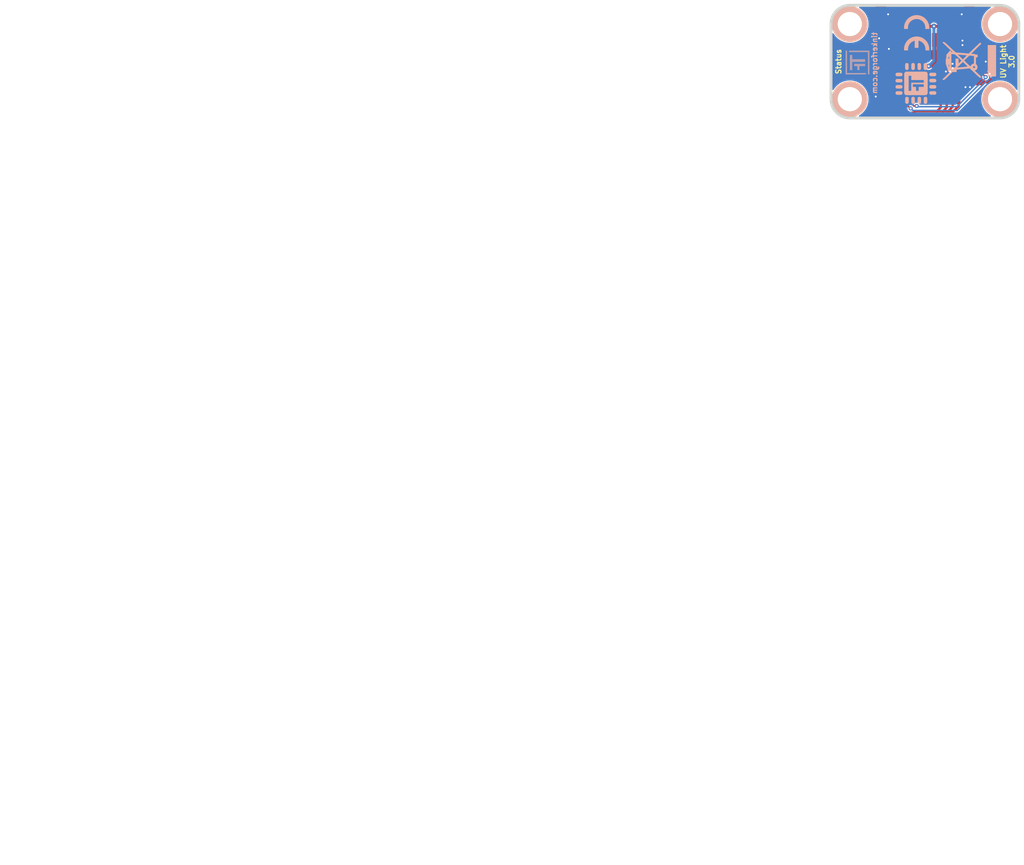
<source format=kicad_pcb>
(kicad_pcb (version 20221018) (generator pcbnew)
  (title_block (title "UV Light Bricklet") (date "2023-05-09") (rev "3.0") (company "Tinkerforge") (comment 1 "Licensed under CERN OHL v.1.1") (comment 2 "Copyright (©) 2023, T.Schneidermann <tim@tinkerforge.com>"))
  (layers (0 "F.Cu" signal) (31 "B.Cu" signal) (34 "B.Paste" user) (35 "F.Paste" user) (36 "B.SilkS" user "B.Silkscreen") (37 "F.SilkS" user "F.Silkscreen") (38 "B.Mask" user) (39 "F.Mask" user) (44 "Edge.Cuts" user))
  (net 0 "")
  (net 1 "GND")
  (net 2 "VCC")
  (net 3 "SCL")
  (net 4 "SDA")
  (net 5 "Net-(P1-Pad6)")
  (net 6 "Net-(R1-Pad1)")
  (net 7 "Net-(D1-Pad2)")
  (net 8 "Net-(P1-Pad4)")
  (net 9 "Net-(P1-Pad5)")
  (net 10 "Net-(P2-Pad1)")
  (net 11 "Net-(P3-Pad2)")
  (net 12 "S-MISO")
  (net 13 "S-MOSI")
  (net 14 "S-CLK")
  (net 15 "S-CS")
  (net 16 "Net-(C1-Pad2)")
  (net 18 "Net-(R2-Pad2)")
  (net 32 "SYN")
  (net 33 "READY")
  (footprint "kicad-libraries:DRILL_NP" (layer "F.Cu") (at 126.9 82.9 180)
    (fp_text reference "U3" hide)
    (fp_text value "DRILL" hide)
    (pad "" np_thru_hole circle (at 0 0 180) (size 3.2 3.2) (drill 3.2) (layers "F&B.Cu" "*.Mask") (clearance 0.89))
  )
  (footprint "kicad-libraries:DRILL_NP" (layer "F.Cu") (at 146.9 92.9 180)
    (fp_text reference "U4" hide)
    (fp_text value "DRILL" hide)
    (pad "" np_thru_hole circle (at 0 0 180) (size 3.2 3.2) (drill 3.2) (layers "F&B.Cu" "*.Mask") (clearance 0.89))
  )
  (footprint "kicad-libraries:DRILL_NP" (layer "F.Cu") (at 146.9 82.9 180)
    (fp_text reference "U5" hide)
    (fp_text value "DRILL" hide)
    (pad "" np_thru_hole circle (at 0 0 180) (size 3.2 3.2) (drill 3.2) (layers "F&B.Cu" "*.Mask") (clearance 0.89))
  )
  (footprint "kicad-libraries:DRILL_NP" (layer "F.Cu") (at 126.9 92.9 180)
    (fp_text reference "U6" hide)
    (fp_text value "DRILL" hide)
    (pad "" np_thru_hole circle (at 0 0 180) (size 3.2 3.2) (drill 3.2) (layers "F&B.Cu" "*.Mask") (clearance 0.89))
  )
  (footprint "kicad-libraries:Fiducial_Mark" (layer "F.Cu") (at 129.2 87.5 90)
    (fp_text reference "Fiducial_Mark" hide)
    (fp_text value "VAL**" hide)
    (pad "1" smd circle (at 0 0 90) (size 1.00076 1.00076) (layers "F.Cu" "F.Paste" "F.Mask") (clearance 0.65024))
  )
  (footprint "kicad-libraries:Fiducial_Mark" (layer "F.Cu") (at 143.4 93.9 90)
    (fp_text reference "Fiducial_Mark" hide)
    (fp_text value "VAL**" hide)
    (pad "1" smd circle (at 0 0 90) (size 1.00076 1.00076) (layers "F.Cu" "F.Paste" "F.Mask") (clearance 0.65024))
  )
  (footprint "kicad-libraries:C0603F" (layer "F.Cu") (at 139.1 88.5 180)
    (fp_text reference "C3")
    (fp_text value "1uF")
    (pad "1" smd rect (at -0.75 0 180) (size 0.9 0.9) (layers "F.Cu" "F.Paste" "F.Mask") (net 1 "GND"))
    (pad "2" smd rect (at 0.75 0 180) (size 0.9 0.9) (layers "F.Cu" "F.Paste" "F.Mask") (net 2 "VCC"))
  )
  (footprint "kicad-libraries:D0603F" (layer "F.Cu") (at 126.6 87.9 90)
    (fp_text reference "D1")
    (fp_text value "blue")
    (pad "1" smd rect (at -0.75 0 90) (size 0.9 0.9) (layers "F.Cu" "F.Paste" "F.Mask") (net 2 "VCC"))
    (pad "2" smd rect (at 0.75 0 90) (size 0.9 0.9) (layers "F.Cu" "F.Paste" "F.Mask") (net 7 "Net-(D1-Pad2)"))
  )
  (footprint "kicad-libraries:CON-SENSOR2" (layer "F.Cu") (at 136.9 80.4 180)
    (fp_text reference "P1")
    (fp_text value "CON-SENSOR2")
    (pad "1" smd rect (at -3.75 -4.6 180) (size 0.6 1.8) (layers "F.Cu" "F.Paste" "F.Mask"))
    (pad "2" smd rect (at -2.5 -4.6 180) (size 0.6 1.8) (layers "F.Cu" "F.Paste" "F.Mask") (net 1 "GND"))
    (pad "3" smd rect (at -1.25 -4.6 180) (size 0.6 1.8) (layers "F.Cu" "F.Paste" "F.Mask") (net 2 "VCC"))
    (pad "4" smd rect (at 0 -4.6 180) (size 0.6 1.8) (layers "F.Cu" "F.Paste" "F.Mask") (net 8 "Net-(P1-Pad4)"))
    (pad "5" smd rect (at 1.25 -4.6 180) (size 0.6 1.8) (layers "F.Cu" "F.Paste" "F.Mask") (net 9 "Net-(P1-Pad5)"))
    (pad "6" smd rect (at 2.5 -4.6 180) (size 0.6 1.8) (layers "F.Cu" "F.Paste" "F.Mask") (net 5 "Net-(P1-Pad6)"))
    (pad "7" smd rect (at 3.75 -4.6 180) (size 0.6 1.8) (layers "F.Cu" "F.Paste" "F.Mask") (net 16 "Net-(C1-Pad2)"))
    (pad "EP" smd rect (at -5.9 -1.2 180) (size 1.4 2.4) (layers "F.Cu" "F.Paste" "F.Mask") (net 1 "GND"))
    (pad "EP" smd rect (at 5.9 -1.2 180) (size 1.4 2.4) (layers "F.Cu" "F.Paste" "F.Mask") (net 1 "GND"))
  )
  (footprint "kicad-libraries:DEBUG_PAD" (layer "F.Cu") (at 137.1 93.3 90)
    (fp_text reference "P2")
    (fp_text value "DEBUG")
    (pad "1" smd circle (at 0 0 90) (size 0.7 0.7) (layers "F.Cu" "F.Paste" "F.Mask") (net 10 "Net-(P2-Pad1)"))
  )
  (footprint "kicad-libraries:SolderJumper" (layer "F.Cu") (at 130.8 85.9 -90)
    (fp_text reference "P3")
    (fp_text value "BOOT")
    (pad "1" smd rect (at -0.5 0 270) (size 0.4 1.4) (layers "F.Cu" "F.Mask") (net 1 "GND"))
    (pad "1" smd rect (at -0.225 -0.55 270) (size 0.95 0.3) (layers "F.Cu" "F.Mask") (net 1 "GND"))
    (pad "1" smd rect (at -0.225 0.55 270) (size 0.95 0.3) (layers "F.Cu" "F.Mask") (net 1 "GND"))
    (pad "2" smd rect (at 0.15 0 270) (size 0.6 0.5) (layers "F.Cu" "F.Mask") (net 11 "Net-(P3-Pad2)"))
    (pad "2" smd rect (at 0.55 0 270) (size 0.3 1.4) (layers "F.Cu" "F.Mask") (net 11 "Net-(P3-Pad2)"))
  )
  (footprint "kicad-libraries:R0603F" (layer "F.Cu") (at 129.4 89.9 135)
    (fp_text reference "R1")
    (fp_text value "1k")
    (pad "1" smd rect (at -0.75 0 135) (size 0.9 0.9) (layers "F.Cu" "F.Paste" "F.Mask") (net 6 "Net-(R1-Pad1)"))
    (pad "2" smd rect (at 0.75 0 135) (size 0.9 0.9) (layers "F.Cu" "F.Paste" "F.Mask") (net 7 "Net-(D1-Pad2)"))
  )
  (footprint "kicad-libraries:QFN24-4x4mm-0.5mm" (layer "F.Cu") (at 133.8 91.2 -45)
    (fp_text reference "U1")
    (fp_text value "XMC1100")
    (pad "1" smd oval (at -2.025 -1.25 315) (size 1 0.3) (layers "F.Cu" "F.Paste" "F.Mask") (net 12 "S-MISO"))
    (pad "2" smd oval (at -2.025 -0.75 315) (size 1 0.3) (layers "F.Cu" "F.Paste" "F.Mask"))
    (pad "3" smd oval (at -2.025 -0.25 315) (size 1 0.3) (layers "F.Cu" "F.Paste" "F.Mask"))
    (pad "4" smd oval (at -2.025 0.25 315) (size 1 0.3) (layers "F.Cu" "F.Paste" "F.Mask") (net 11 "Net-(P3-Pad2)"))
    (pad "5" smd oval (at -2.025 0.75 315) (size 1 0.3) (layers "F.Cu" "F.Paste" "F.Mask"))
    (pad "6" smd oval (at -2.025 1.25 315) (size 1 0.3) (layers "F.Cu" "F.Paste" "F.Mask"))
    (pad "7" smd oval (at -1.25 2.025 45) (size 1 0.3) (layers "F.Cu" "F.Paste" "F.Mask") (net 6 "Net-(R1-Pad1)"))
    (pad "8" smd oval (at -0.75 2.025 45) (size 1 0.3) (layers "F.Cu" "F.Paste" "F.Mask"))
    (pad "9" smd oval (at -0.25 2.025 45) (size 1 0.3) (layers "F.Cu" "F.Paste" "F.Mask") (net 1 "GND"))
    (pad "10" smd oval (at 0.25 2.025 45) (size 1 0.3) (layers "F.Cu" "F.Paste" "F.Mask") (net 2 "VCC"))
    (pad "11" smd oval (at 0.75 2.025 45) (size 1 0.3) (layers "F.Cu" "F.Paste" "F.Mask"))
    (pad "12" smd oval (at 1.25 2.025 45) (size 1 0.3) (layers "F.Cu" "F.Paste" "F.Mask"))
    (pad "13" smd oval (at 2.025 1.25 315) (size 1 0.3) (layers "F.Cu" "F.Paste" "F.Mask") (net 32 "SYN"))
    (pad "14" smd oval (at 2.025 0.75 315) (size 1 0.3) (layers "F.Cu" "F.Paste" "F.Mask") (net 33 "READY"))
    (pad "15" smd oval (at 2.025 0.25 315) (size 1 0.3) (layers "F.Cu" "F.Paste" "F.Mask") (net 10 "Net-(P2-Pad1)"))
    (pad "16" smd oval (at 2.025 -0.25 315) (size 1 0.3) (layers "F.Cu" "F.Paste" "F.Mask"))
    (pad "17" smd oval (at 2.025 -0.75 315) (size 1 0.3) (layers "F.Cu" "F.Paste" "F.Mask") (net 4 "SDA"))
    (pad "18" smd oval (at 2.025 -1.25 315) (size 1 0.3) (layers "F.Cu" "F.Paste" "F.Mask"))
    (pad "19" smd oval (at 1.25 -2.025 45) (size 1 0.3) (layers "F.Cu" "F.Paste" "F.Mask") (net 3 "SCL"))
    (pad "20" smd oval (at 0.75 -2.025 45) (size 1 0.3) (layers "F.Cu" "F.Paste" "F.Mask"))
    (pad "21" smd oval (at 0.25 -2.025 45) (size 1 0.3) (layers "F.Cu" "F.Paste" "F.Mask"))
    (pad "22" smd oval (at -0.25 -2.025 45) (size 1 0.3) (layers "F.Cu" "F.Paste" "F.Mask") (net 15 "S-CS"))
    (pad "23" smd oval (at -0.75 -2.025 45) (size 1 0.3) (layers "F.Cu" "F.Paste" "F.Mask") (net 14 "S-CLK"))
    (pad "24" smd oval (at -1.25 -2.025 45) (size 1 0.3) (layers "F.Cu" "F.Paste" "F.Mask") (net 13 "S-MOSI"))
    (pad "EXP" smd rect (at -0.65 -0.65 315) (size 1.3 1.3) (layers "F.Cu" "F.Paste" "F.Mask") (net 1 "GND"))
    (pad "EXP" smd rect (at -0.65 0.65 315) (size 1.3 1.3) (layers "F.Cu" "F.Paste" "F.Mask") (net 1 "GND"))
    (pad "EXP" smd rect (at 0.65 -0.65 315) (size 1.3 1.3) (layers "F.Cu" "F.Paste" "F.Mask") (net 1 "GND"))
    (pad "EXP" smd rect (at 0.65 0.65 315) (size 1.3 1.3) (layers "F.Cu" "F.Paste" "F.Mask") (net 1 "GND"))
  )
  (footprint "kicad-libraries:C0805" (layer "F.Cu") (at 139.2 87 180)
    (fp_text reference "C2")
    (fp_text value "10uF")
    (pad "1" smd rect (at -1.00076 0 180) (size 1.00076 1.24968) (layers "F.Cu" "F.Paste" "F.Mask") (net 1 "GND") (clearance 0.14986))
    (pad "2" smd rect (at 1.00076 0 180) (size 1.00076 1.24968) (layers "F.Cu" "F.Paste" "F.Mask") (net 2 "VCC") (clearance 0.14986))
  )
  (footprint "kicad-libraries:C0603F" (layer "F.Cu") (at 131.4 93.6 -45)
    (fp_text reference "C4")
    (fp_text value "100nF")
    (pad "1" smd rect (at -0.75 0 315) (size 0.9 0.9) (layers "F.Cu" "F.Paste" "F.Mask") (net 1 "GND"))
    (pad "2" smd rect (at 0.75 0 315) (size 0.9 0.9) (layers "F.Cu" "F.Paste" "F.Mask") (net 2 "VCC"))
  )
  (footprint "kicad-libraries:4X0402" (layer "F.Cu") (at 134.9 87.2 180)
    (fp_text reference "RP1")
    (fp_text value "82")
    (pad "1" smd rect (at -0.7493 0.575) (size 0.29972 0.65) (layers "F.Cu" "F.Paste" "F.Mask") (net 8 "Net-(P1-Pad4)"))
    (pad "2" smd rect (at -0.24892 0.575) (size 0.29972 0.65) (layers "F.Cu" "F.Paste" "F.Mask") (net 9 "Net-(P1-Pad5)"))
    (pad "3" smd rect (at 0.24892 0.575) (size 0.29972 0.65) (layers "F.Cu" "F.Paste" "F.Mask") (net 5 "Net-(P1-Pad6)"))
    (pad "4" smd rect (at 0.7493 0.575) (size 0.29972 0.65) (layers "F.Cu" "F.Paste" "F.Mask") (net 16 "Net-(C1-Pad2)"))
    (pad "5" smd rect (at 0.7493 -0.575 180) (size 0.29972 0.65) (layers "F.Cu" "F.Paste" "F.Mask") (net 12 "S-MISO"))
    (pad "6" smd rect (at 0.24892 -0.575 180) (size 0.29972 0.65) (layers "F.Cu" "F.Paste" "F.Mask") (net 13 "S-MOSI"))
    (pad "7" smd rect (at -0.24892 -0.575 180) (size 0.29972 0.65) (layers "F.Cu" "F.Paste" "F.Mask") (net 14 "S-CLK"))
    (pad "8" smd rect (at -0.7493 -0.575 180) (size 0.29972 0.65) (layers "F.Cu" "F.Paste" "F.Mask") (net 15 "S-CS"))
  )
  (footprint "kicad-libraries:0603X4" (layer "F.Cu") (at 140.2 92.3 180)
    (fp_text reference "RP2")
    (fp_text value "1k")
    (pad "1" smd rect (at 1.19888 -0.8509 180) (size 0.44958 0.89916) (layers "F.Cu" "F.Paste" "F.Mask") (net 2 "VCC"))
    (pad "2" smd rect (at 0.39878 -0.8509 180) (size 0.44958 0.89916) (layers "F.Cu" "F.Paste" "F.Mask") (net 2 "VCC"))
    (pad "3" smd rect (at -0.39878 -0.8509 180) (size 0.44958 0.89916) (layers "F.Cu" "F.Paste" "F.Mask") (net 2 "VCC"))
    (pad "4" smd rect (at -1.19888 -0.8509 180) (size 0.44958 0.89916) (layers "F.Cu" "F.Paste" "F.Mask") (net 2 "VCC"))
    (pad "5" smd rect (at -1.19888 0.8509 180) (size 0.44958 0.89916) (layers "F.Cu" "F.Paste" "F.Mask") (net 4 "SDA"))
    (pad "6" smd rect (at -0.39878 0.8509 180) (size 0.44958 0.89916) (layers "F.Cu" "F.Paste" "F.Mask"))
    (pad "7" smd rect (at 0.39878 0.8509 180) (size 0.44958 0.89916) (layers "F.Cu" "F.Paste" "F.Mask"))
    (pad "8" smd rect (at 1.19888 0.8509 180) (size 0.44958 0.89916) (layers "F.Cu" "F.Paste" "F.Mask") (net 3 "SCL"))
  )
  (footprint "kicad-libraries:C0402F" (layer "F.Cu") (at 132.6 86.8)
    (fp_text reference "C1")
    (fp_text value "220pF")
    (pad "1" smd rect (at -0.5 0) (size 0.6 0.7) (layers "F.Cu" "F.Paste" "F.Mask") (net 1 "GND"))
    (pad "2" smd rect (at 0.5 0) (size 0.6 0.7) (layers "F.Cu" "F.Paste" "F.Mask") (net 16 "Net-(C1-Pad2)"))
  )
  (footprint "kicad-libraries:C0603F" (layer "F.Cu") (at 143.4 85.4 180)
    (fp_text reference "C6")
    (fp_text value "100nF")
    (pad "1" smd rect (at -0.75 0 180) (size 0.9 0.9) (layers "F.Cu" "F.Paste" "F.Mask") (net 2 "VCC"))
    (pad "2" smd rect (at 0.75 0 180) (size 0.9 0.9) (layers "F.Cu" "F.Paste" "F.Mask") (net 1 "GND"))
  )
  (footprint "kicad-libraries:R0603F" (layer "F.Cu") (at 145.8 87.8 90)
    (fp_text reference "R2")
    (fp_text value "3.3M")
    (pad "1" smd rect (at -0.75 0 90) (size 0.9 0.9) (layers "F.Cu" "F.Paste" "F.Mask") (net 1 "GND"))
    (pad "2" smd rect (at 0.75 0 90) (size 0.9 0.9) (layers "F.Cu" "F.Paste" "F.Mask") (net 18 "Net-(R2-Pad2)"))
  )
  (footprint "kicad-libraries:C0603F" (layer "F.Cu") (at 143.4 90.6 180)
    (fp_text reference "C5")
    (fp_text value "100nF")
    (pad "1" smd rect (at -0.75 0 180) (size 0.9 0.9) (layers "F.Cu" "F.Paste" "F.Mask") (net 2 "VCC"))
    (pad "2" smd rect (at 0.75 0 180) (size 0.9 0.9) (layers "F.Cu" "F.Paste" "F.Mask") (net 1 "GND"))
  )
  (footprint "kicad-libraries:AS7331" (layer "F.Cu") (at 143.4 88)
    (fp_text reference "U2")
    (fp_text value "AS7331")
    (pad "1" smd rect (at -0.75 -1.575) (size 0.3 0.3) (layers "F.Cu" "F.Paste" "F.Mask") (net 1 "GND"))
    (pad "2" smd rect (at -0.25 -1.575) (size 0.3 0.3) (layers "F.Cu" "F.Paste" "F.Mask") (net 1 "GND"))
    (pad "3" smd rect (at 0.25 -1.575) (size 0.3 0.3) (layers "F.Cu" "F.Paste" "F.Mask") (net 2 "VCC"))
    (pad "4" smd rect (at 0.75 -1.575) (size 0.3 0.3) (layers "F.Cu" "F.Paste" "F.Mask") (net 18 "Net-(R2-Pad2)"))
    (pad "5" smd rect (at 1.05 -0.75) (size 0.3 0.3) (layers "F.Cu" "F.Paste" "F.Mask") (net 1 "GND"))
    (pad "6" smd rect (at 1.05 -0.25) (size 0.3 0.3) (layers "F.Cu" "F.Paste" "F.Mask") (net 1 "GND"))
    (pad "7" smd rect (at 1.05 0.25) (size 0.3 0.3) (layers "F.Cu" "F.Paste" "F.Mask") (net 1 "GND"))
    (pad "8" smd rect (at 1.05 0.75) (size 0.3 0.3) (layers "F.Cu" "F.Paste" "F.Mask") (net 32 "SYN"))
    (pad "9" smd rect (at 0.75 1.575) (size 0.3 0.3) (layers "F.Cu" "F.Paste" "F.Mask") (net 33 "READY"))
    (pad "10" smd rect (at 0.25 1.575) (size 0.3 0.3) (layers "F.Cu" "F.Paste" "F.Mask") (net 2 "VCC"))
    (pad "11" smd rect (at -0.25 1.575) (size 0.3 0.3) (layers "F.Cu" "F.Paste" "F.Mask") (net 1 "GND"))
    (pad "12" smd rect (at -0.75 1.575) (size 0.3 0.3) (layers "F.Cu" "F.Paste" "F.Mask") (net 4 "SDA"))
    (pad "13" smd rect (at -1.05 0.75) (size 0.3 0.3) (layers "F.Cu" "F.Paste" "F.Mask") (net 3 "SCL"))
    (pad "14" smd rect (at -1.05 0.25) (size 0.3 0.3) (layers "F.Cu" "F.Paste" "F.Mask") (net 1 "GND"))
    (pad "15" smd rect (at -1.05 -0.25) (size 0.3 0.3) (layers "F.Cu" "F.Paste" "F.Mask") (net 1 "GND"))
    (pad "16" smd rect (at -1.05 -0.75) (size 0.3 0.3) (layers "F.Cu" "F.Paste" "F.Mask") (net 1 "GND"))
  )
  (footprint "kicad-libraries:Logo_31x31" (layer "B.Cu") (at 126.343215 86.443215 -90)
    (fp_text reference "G***" hide)
    (fp_text value "Logo_31x31" hide)
  )
  (footprint "kicad-libraries:Logo_CoMCU" (layer "B.Cu") (at 135.7 90.8 -90)
    (fp_text reference "G***" hide)
    (fp_text value "LOGO" hide)
  )
  (footprint "kicad-libraries:WEEE_7mm" (layer "B.Cu") (at 142.8 87.8 -90)
    (fp_text reference "VAL" hide)
    (fp_text value "WEEE_7mm" hide)
  )
  (footprint "kicad-libraries:CE_5mm" (layer "B.Cu") (at 135.8 84.1 -90)
    (fp_text reference "VAL" hide)
    (fp_text value "CE_5mm" hide)
  )
  (gr_arc (start 146.9 80.4) (mid 148.667767 81.132233) (end 149.4 82.9) (stroke (width 0.381)) (layer "Edge.Cuts"))
  (gr_arc (start 124.4 82.9) (mid 125.132233 81.132233) (end 126.9 80.4) (stroke (width 0.381)) (layer "Edge.Cuts"))
  (gr_line (start 146.9 80.4) (end 126.9 80.4) (stroke (width 0.381)) (layer "Edge.Cuts"))
  (gr_arc (start 149.4 92.9) (mid 148.667767 94.667767) (end 146.9 95.4) (stroke (width 0.381)) (layer "Edge.Cuts"))
  (gr_line (start 124.4 82.9) (end 124.4 92.9) (stroke (width 0.381)) (layer "Edge.Cuts"))
  (gr_line (start 126.9 95.4) (end 146.9 95.4) (stroke (width 0.381)) (layer "Edge.Cuts"))
  (gr_arc (start 126.9 95.4) (mid 125.132233 94.667767) (end 124.4 92.9) (stroke (width 0.381)) (layer "Edge.Cuts"))
  (gr_line (start 149.4 92.9) (end 149.4 82.9) (stroke (width 0.381)) (layer "Edge.Cuts"))
  (gr_text "tinkerforge.com" (at 130.2 88.08643 90) (layer "B.SilkS") (effects (font (size 0.7 0.7)) (justify mirror)))
  (gr_text "Status" (at 125.4 87.9 90) (layer "F.SilkS") (effects (font (size 0.7 0.7))))
  (gr_text "UV Light\n3.0" (at 147.9 87.9 90) (layer "F.SilkS") (effects (font (size 0.7 0.7))))
  (segment (start 139.4 86.09924) (end 140.30076 87) (width 0.55) (layer "F.Cu") (net 1))
  (segment (start 140.30076 87.57924) (end 139.85 88.03) (width 0.55) (layer "F.Cu") (net 1))
  (segment (start 139.85 88.03) (end 139.85 88.5) (width 0.55) (layer "F.Cu") (net 1))
  (segment (start 140.27 88.5) (end 140.58 88.19) (width 0.55) (layer "F.Cu") (net 1))
  (segment (start 140.32 88.5) (end 140.58 88.76) (width 0.55) (layer "F.Cu") (net 1))
  (segment (start 139.85 88.82) (end 140.26 89.23) (width 0.55) (layer "F.Cu") (net 1))
  (segment (start 139.85 89.06) (end 139.69 89.22) (width 0.55) (layer "F.Cu") (net 1))
  (segment (start 140.25 89.22) (end 140.26 89.23) (width 0.55) (layer "F.Cu") (net 1))
  (segment (start 140.58 88.91) (end 140.26 89.23) (width 0.55) (layer "F.Cu") (net 1))
  (segment (start 139.69 88.66) (end 139.85 88.5) (width 0.55) (layer "F.Cu") (net 1))
  (segment (start 132.204885 92.455115) (end 132.880761 91.779239) (width 0.2) (layer "F.Cu") (net 1))
  (segment (start 132.880761 91.779239) (end 132.880761 91.2) (width 0.2) (layer "F.Cu") (net 1))
  (segment (start 132.191332 92.468668) (end 131.79 92.87) (width 0.2) (layer "F.Cu") (net 1))
  (segment (start 131.79 92.87) (end 131.06934 92.87) (width 0.2) (layer "F.Cu") (net 1))
  (segment (start 131.06934 92.87) (end 130.86967 93.06967) (width 0.2) (layer "F.Cu") (net 1))
  (segment (start 142.65 85.4) (end 142.65 86.425) (width 0.25) (layer "F.Cu") (net 1))
  (segment (start 140.58 88.76) (end 140.58 88.91) (width 0.55) (layer "F.Cu") (net 1))
  (segment (start 131 81.6) (end 132 81.6) (width 0.55) (layer "F.Cu") (net 1))
  (segment (start 141.9 85.7) (end 142.35 85.7) (width 0.25) (layer "F.Cu") (net 1))
  (segment (start 142.35 85.7) (end 142.65 85.4) (width 0.25) (layer "F.Cu") (net 1))
  (segment (start 140.32 88.5) (end 139.85 88.5) (width 0.55) (layer "F.Cu") (net 1))
  (segment (start 142.65 90.95) (end 142.3 91.3) (width 0.25) (layer "F.Cu") (net 1))
  (segment (start 142.65 90.6) (end 142.65 90.95) (width 0.25) (layer "F.Cu") (net 1))
  (segment (start 145.025 87.875) (end 145 87.9) (width 0.25) (layer "F.Cu") (net 1))
  (segment (start 139.4 85) (end 139.4 86.09924) (width 0.55) (layer "F.Cu") (net 1))
  (segment (start 145.275 87.875) (end 145.025 87.875) (width 0.25) (layer "F.Cu") (net 1))
  (segment (start 142.625 86.4) (end 142.65 86.425) (width 0.25) (layer "F.Cu") (net 1))
  (segment (start 141.9 85.1) (end 141.9 85.7) (width 0.25) (layer "F.Cu") (net 1))
  (segment (start 140.58 88.19) (end 140.58 88.76) (width 0.55) (layer "F.Cu") (net 1))
  (segment (start 142.35 85.1) (end 142.65 85.4) (width 0.25) (layer "F.Cu") (net 1))
  (segment (start 139.85 89.06) (end 139.85 88.5) (width 0.55) (layer "F.Cu") (net 1))
  (segment (start 132.191332 92.455115) (end 132.191332 92.468668) (width 0.2) (layer "F.Cu") (net 1))
  (segment (start 130.86967 93.06967) (end 130.35 92.55) (width 0.55) (layer "F.Cu") (net 1))
  (segment (start 133.8 92.119239) (end 132.880761 91.2) (width 0.3) (layer "F.Cu") (net 1))
  (segment (start 142.65 86.425) (end 143.15 86.425) (width 0.25) (layer "F.Cu") (net 1))
  (segment (start 144.45 87.75) (end 144.45 87.25) (width 0.25) (layer "F.Cu") (net 1))
  (segment (start 142.4 86.4) (end 142.625 86.4) (width 0.25) (layer "F.Cu") (net 1))
  (segment (start 144.575 87.875) (end 144.45 87.75) (width 0.25) (layer "F.Cu") (net 1))
  (segment (start 133.8 90.280761) (end 134.719239 91.2) (width 0.3) (layer "F.Cu") (net 1))
  (segment (start 142.65 85.4) (end 142.2 85.4) (width 0.25) (layer "F.Cu") (net 1))
  (segment (start 142.8 81.6) (end 141.8 81.6) (width 0.55) (layer "F.Cu") (net 1))
  (segment (start 142.65 90.6) (end 142.65 91.05) (width 0.25) (layer "F.Cu") (net 1))
  (segment (start 132.1 86.8) (end 132.1 86.2) (width 0.55) (layer "F.Cu") (net 1))
  (segment (start 132.880761 91.2) (end 133.8 90.280761) (width 0.3) (layer "F.Cu") (net 1))
  (segment (start 134.719239 91.2) (end 133.8 92.119239) (width 0.3) (layer "F.Cu") (net 1))
  (segment (start 130.8 85.4) (end 130.8 84.8) (width 0.3) (layer "F.Cu") (net 1))
  (segment (start 144.45 88.25) (end 144.45 87.75) (width 0.25) (layer "F.Cu") (net 1))
  (segment (start 139.69 89.22) (end 139.69 88.66) (width 0.55) (layer "F.Cu") (net 1))
  (segment (start 142.9 91.3) (end 142.3 91.3) (width 0.25) (layer "F.Cu") (net 1))
  (segment (start 139.69 89.22) (end 140.25 89.22) (width 0.55) (layer "F.Cu") (net 1))
  (segment (start 143.15 89.575) (end 143.15 90.1) (width 0.25) (layer "F.Cu") (net 1))
  (segment (start 145.8 88.4) (end 145.275 87.875) (width 0.25) (layer "F.Cu") (net 1))
  (segment (start 145.8 88.55) (end 145.8 88.4) (width 0.25) (layer "F.Cu") (net 1))
  (segment (start 142.65 91.05) (end 142.9 91.3) (width 0.25) (layer "F.Cu") (net 1))
  (segment (start 142.35 87.25) (end 142.35 87.75) (width 0.25) (layer "F.Cu") (net 1))
  (segment (start 143.15 85.9) (end 143.15 86.425) (width 0.25) (layer "F.Cu") (net 1))
  (segment (start 144.975 87.875) (end 144.575 87.875) (width 0.25) (layer "F.Cu") (net 1))
  (segment (start 145 87.9) (end 144.975 87.875) (width 0.25) (layer "F.Cu") (net 1))
  (segment (start 142.35 87.25) (end 142.35 86.45) (width 0.25) (layer "F.Cu") (net 1))
  (segment (start 143.15 90.1) (end 142.65 90.6) (width 0.25) (layer "F.Cu") (net 1))
  (segment (start 140.30076 87) (end 140.30076 87.57924) (width 0.55) (layer "F.Cu") (net 1))
  (segment (start 142.65 85.4) (end 143.15 85.9) (width 0.25) (layer "F.Cu") (net 1))
  (segment (start 142.35 88.25) (end 140.64 88.25) (width 0.25) (layer "F.Cu") (net 1))
  (segment (start 142.2 85.4) (end 141.9 85.1) (width 0.25) (layer "F.Cu") (net 1))
  (segment (start 132.191332 92.455115) (end 132.204885 92.455115) (width 0.2) (layer "F.Cu") (net 1))
  (segment (start 142.2 85.4) (end 141.9 85.7) (width 0.25) (layer "F.Cu") (net 1))
  (segment (start 140.64 88.25) (end 140.58 88.19) (width 0.25) (layer "F.Cu") (net 1))
  (segment (start 142.35 86.45) (end 142.4 86.4) (width 0.25) (layer "F.Cu") (net 1))
  (segment (start 141.9 85.1) (end 142.35 85.1) (width 0.25) (layer "F.Cu") (net 1))
  (via (at 130.8 84.8) (size 0.55) (drill 0.25) (layers "F.Cu" "B.Cu") (net 1))
  (via (at 132.1 86.2) (size 0.55) (drill 0.25) (layers "F.Cu" "B.Cu") (net 1))
  (via (at 140.58 88.76) (size 0.55) (drill 0.25) (layers "F.Cu" "B.Cu") (net 1))
  (via (at 141.9 85.7) (size 0.55) (drill 0.25) (layers "F.Cu" "B.Cu") (net 1))
  (via (at 142.9 91.3) (size 0.55) (drill 0.25) (layers "F.Cu" "B.Cu") (net 1))
  (via (at 141.9 85.1) (size 0.55) (drill 0.25) (layers "F.Cu" "B.Cu") (net 1))
  (via (at 142.3 91.3) (size 0.55) (drill 0.25) (layers "F.Cu" "B.Cu") (net 1))
  (via (at 145 87.9) (size 0.55) (drill 0.25) (layers "F.Cu" "B.Cu") (net 1))
  (via (at 130.35 92.55) (size 0.55) (drill 0.25) (layers "F.Cu" "B.Cu") (net 1))
  (via (at 139.69 89.22) (size 0.55) (drill 0.25) (layers "F.Cu" "B.Cu") (net 1))
  (via (at 132 81.6) (size 0.55) (drill 0.25) (layers "F.Cu" "B.Cu") (net 1))
  (via (at 140.26 89.23) (size 0.55) (drill 0.25) (layers "F.Cu" "B.Cu") (net 1))
  (via (at 140.58 88.19) (size 0.55) (drill 0.25) (layers "F.Cu" "B.Cu") (net 1))
  (via (at 141.8 81.6) (size 0.55) (drill 0.25) (layers "F.Cu" "B.Cu") (net 1))
  (segment (start 138.15 86.85076) (end 138.29924 87) (width 0.55) (layer "F.Cu") (net 2))
  (segment (start 138.29924 88.44924) (end 138.35 88.5) (width 0.55) (layer "F.Cu") (net 2))
  (segment (start 126.69 88.65) (end 129.71 91.67) (width 0.3) (layer "F.Cu") (net 2))
  (segment (start 129.71 91.67) (end 129.71 93.22) (width 0.3) (layer "F.Cu") (net 2))
  (segment (start 129.71 93.22) (end 130.96 94.47) (width 0.3) (layer "F.Cu") (net 2))
  (segment (start 130.96 94.47) (end 131.59066 94.47) (width 0.3) (layer "F.Cu") (net 2))
  (segment (start 131.59066 94.47) (end 131.93033 94.13033) (width 0.3) (layer "F.Cu") (net 2))
  (segment (start 132.544885 92.825115) (end 132.18 93.19) (width 0.2) (layer "F.Cu") (net 2))
  (segment (start 132.18 93.19) (end 132.18 93.88066) (width 0.2) (layer "F.Cu") (net 2))
  (segment (start 132.18 93.88066) (end 131.93033 94.13033) (width 0.2) (layer "F.Cu") (net 2))
  (segment (start 140.7 94.5) (end 141.39888 93.80112) (width 0.3) (layer "F.Cu") (net 2))
  (segment (start 141.39888 93.80112) (end 141.39888 93.1509) (width 0.3) (layer "F.Cu") (net 2))
  (segment (start 139.00112 93.99888) (end 138.5 94.5) (width 0.3) (layer "F.Cu") (net 2))
  (segment (start 138.5 94.5) (end 139.3 94.5) (width 0.3) (layer "F.Cu") (net 2))
  (segment (start 139.80122 93.99878) (end 139.3 94.5) (width 0.3) (layer "F.Cu") (net 2))
  (segment (start 139.3 94.5) (end 140 94.5) (width 0.3) (layer "F.Cu") (net 2))
  (segment (start 140.59878 93.90122) (end 140 94.5) (width 0.3) (layer "F.Cu") (net 2))
  (segment (start 140 94.5) (end 140.7 94.5) (width 0.3) (layer "F.Cu") (net 2))
  (segment (start 139.00112 93.1509) (end 139.00112 93.99888) (width 0.3) (layer "F.Cu") (net 2))
  (segment (start 128.7 86) (end 125.7 86) (width 0.4) (layer "F.Cu") (net 2))
  (segment (start 141.2 83.2) (end 142 84) (width 0.4) (layer "F.Cu") (net 2))
  (segment (start 138.29924 87) (end 138.29924 88.44924) (width 0.55) (layer "F.Cu") (net 2))
  (segment (start 131.93033 94.13033) (end 132.3 94.5) (width 0.3) (layer "F.Cu") (net 2))
  (segment (start 143.5 84) (end 144.15 84.65) (width 0.4) (layer "F.Cu") (net 2))
  (segment (start 132.544885 92.808668) (end 132.544885 92.825115) (width 0.2) (layer "F.Cu") (net 2))
  (segment (start 134.6005 94.7005) (end 135.3995 94.7005) (width 0.3) (layer "F.Cu") (net 2))
  (segment (start 144.15 85.4) (end 143.65 85.9) (width 0.25) (layer "F.Cu") (net 2))
  (segment (start 126.6 88.65) (end 126.69 88.65) (width 0.3) (layer "F.Cu") (net 2))
  (segment (start 144.15 85.4) (end 144.340001 85.590001) (width 0.4) (layer "F.Cu") (net 2))
  (segment (start 125.4 86.3) (end 125.4 87.9) (width 0.4) (layer "F.Cu") (net 2))
  (segment (start 142 84) (end 143.5 84) (width 0.4) (layer "F.Cu") (net 2))
  (segment (start 138.1 83.2) (end 132.4 83.2) (width 0.4) (layer "F.Cu") (net 2))
  (segment (start 125.4 87.9) (end 126.15 88.65) (width 0.4) (layer "F.Cu") (net 2))
  (segment (start 143.65 90.1) (end 144.15 90.6) (width 0.25) (layer "F.Cu") (net 2))
  (segment (start 138.1 83.2) (end 141.2 83.2) (width 0.4) (layer "F.Cu") (net 2))
  (segment (start 145.790001 85.590001) (end 146.7 86.5) (width 0.4) (layer "F.Cu") (net 2))
  (segment (start 134.4 94.5) (end 134.6005 94.7005) (width 0.3) (layer "F.Cu") (net 2))
  (segment (start 132.4 83.2) (end 131.7 83.9) (width 0.4) (layer "F.Cu") (net 2))
  (segment (start 144.340001 85.590001) (end 145.790001 85.590001) (width 0.4) (layer "F.Cu") (net 2))
  (segment (start 135.3995 94.7005) (end 135.6 94.5) (width 0.3) (layer "F.Cu") (net 2))
  (segment (start 131.7 83.9) (end 130.8 83.9) (width 0.4) (layer "F.Cu") (net 2))
  (segment (start 138.35 88.5) (end 137.4 88.5) (width 0.4) (layer "F.Cu") (net 2))
  (segment (start 143.65 85.9) (end 143.65 86.425) (width 0.25) (layer "F.Cu") (net 2))
  (segment (start 130.8 83.9) (end 128.7 86) (width 0.4) (layer "F.Cu") (net 2))
  (segment (start 138.15 85) (end 138.15 86.85076) (width 0.55) (layer "F.Cu") (net 2))
  (segment (start 143.65 89.575) (end 143.65 90.1) (width 0.25) (layer "F.Cu") (net 2))
  (segment (start 132.3 94.5) (end 134.4 94.5) (width 0.3) (layer "F.Cu") (net 2))
  (segment (start 146.7 89.3) (end 145.4 90.6) (width 0.4) (layer "F.Cu") (net 2))
  (segment (start 145.4 90.6) (end 144.15 90.6) (width 0.4) (layer "F.Cu") (net 2))
  (segment (start 125.7 86) (end 125.4 86.3) (width 0.4) (layer "F.Cu") (net 2))
  (segment (start 135.6 94.5) (end 138.5 94.5) (width 0.3) (layer "F.Cu") (net 2))
  (segment (start 146.7 86.5) (end 146.7 89.3) (width 0.4) (layer "F.Cu") (net 2))
  (segment (start 126.15 88.65) (end 126.6 88.65) (width 0.4) (layer "F.Cu") (net 2))
  (segment (start 139.80122 93.1509) (end 139.80122 93.99878) (width 0.3) (layer "F.Cu") (net 2))
  (segment (start 144.15 84.65) (end 144.15 85.4) (width 0.4) (layer "F.Cu") (net 2))
  (segment (start 140.59878 93.1509) (end 140.59878 93.90122) (width 0.3) (layer "F.Cu") (net 2))
  (via (at 137.4 88.5) (size 0.7) (drill 0.25) (layers "F.Cu" "B.Cu") (net 2))
  (via (at 138.1 83.2) (size 0.7) (drill 0.25) (layers "F.Cu" "B.Cu") (net 2))
  (segment (start 138.1 83.2) (end 138.1 87.8) (width 0.4) (layer "B.Cu") (net 2))
  (segment (start 138.1 87.8) (end 137.4 88.5) (width 0.4) (layer "B.Cu") (net 2))
  (segment (start 140.62 89.78) (end 141.65 88.75) (width 0.25) (layer "F.Cu") (net 3))
  (segment (start 141.65 88.75) (end 142.35 88.75) (width 0.25) (layer "F.Cu") (net 3))
  (segment (start 138.20224 90.1) (end 139.00112 90.89888) (width 0.25) (layer "F.Cu") (net 3))
  (segment (start 136.115775 90.651992) (end 136.667767 90.1) (width 0.25) (layer "F.Cu") (net 3))
  (segment (start 136.667767 90.1) (end 138.20224 90.1) (width 0.25) (layer "F.Cu") (net 3))
  (segment (start 140.12 89.78) (end 140.62 89.78) (width 0.25) (layer "F.Cu") (net 3))
  (segment (start 139.00112 90.89888) (end 139.00112 91.4491) (width 0.25) (layer "F.Cu") (net 3))
  (segment (start 139.00112 90.89888) (end 140.12 89.78) (width 0.25) (layer "F.Cu") (net 3))
  (segment (start 141.39888 90.00112) (end 141.825 89.575) (width 0.25) (layer "F.Cu") (net 4))
  (segment (start 138 92.3) (end 141.24756 92.3) (width 0.25) (layer "F.Cu") (net 4))
  (segment (start 141.39888 91.4491) (end 141.39888 90.00112) (width 0.25) (layer "F.Cu") (net 4))
  (segment (start 141.825 89.575) (end 142.65 89.575) (width 0.25) (layer "F.Cu") (net 4))
  (segment (start 135.762221 92.101561) (end 136.26066 92.6) (width 0.25) (layer "F.Cu") (net 4))
  (segment (start 141.39888 92.14868) (end 141.39888 91.4491) (width 0.25) (layer "F.Cu") (net 4))
  (segment (start 141.24756 92.3) (end 141.39888 92.14868) (width 0.25) (layer "F.Cu") (net 4))
  (segment (start 136.26066 92.6) (end 137.7 92.6) (width 0.25) (layer "F.Cu") (net 4))
  (segment (start 137.7 92.6) (end 138 92.3) (width 0.25) (layer "F.Cu") (net 4))
  (segment (start 134.65108 86.15108) (end 134.4 85.9) (width 0.2) (layer "F.Cu") (net 5))
  (segment (start 134.4 85.9) (end 134.4 85) (width 0.2) (layer "F.Cu") (net 5))
  (segment (start 134.65108 86.625) (end 134.65108 86.15108) (width 0.2) (layer "F.Cu") (net 5))
  (segment (start 134.4 85) (end 134.4 85.8) (width 0.2) (layer "F.Cu") (net 5))
  (segment (start 131.484225 91.734225) (end 130.19033 90.44033) (width 0.2) (layer "F.Cu") (net 6))
  (segment (start 130.19033 90.44033) (end 129.93033 90.44033) (width 0.3) (layer "F.Cu") (net 6))
  (segment (start 131.484225 91.748008) (end 131.484225 91.734225) (width 0.3) (layer "F.Cu") (net 6))
  (segment (start 128.86967 89.35967) (end 127.55 88.04) (width 0.2) (layer "F.Cu") (net 7))
  (segment (start 127.55 88.04) (end 127.55 87.58) (width 0.2) (layer "F.Cu") (net 7))
  (segment (start 127.55 87.58) (end 127.12 87.15) (width 0.2) (layer "F.Cu") (net 7))
  (segment (start 127.12 87.15) (end 126.6 87.15) (width 0.2) (layer "F.Cu") (net 7))
  (segment (start 135.6493 86.4507) (end 135.9 86.2) (width 0.2) (layer "F.Cu") (net 8))
  (segment (start 135.9 86.2) (end 136.7 86.2) (width 0.2) (layer "F.Cu") (net 8))
  (segment (start 136.7 86.2) (end 136.9 86) (width 0.2) (layer "F.Cu") (net 8))
  (segment (start 136.9 86) (end 136.9 85) (width 0.2) (layer "F.Cu") (net 8))
  (segment (start 135.6493 86.625) (end 135.6493 86.4507) (width 0.2) (layer "F.Cu") (net 8))
  (segment (start 135.14892 86.25108) (end 135.65 85.75) (width 0.2) (layer "F.Cu") (net 9))
  (segment (start 135.65 85.75) (end 135.65 85) (width 0.2) (layer "F.Cu") (net 9))
  (segment (start 135.14892 86.625) (end 135.14892 86.25108) (width 0.2) (layer "F.Cu") (net 9))
  (segment (start 135.65 85) (end 135.65 85.75) (width 0.2) (layer "F.Cu") (net 9))
  (segment (start 135.821841 93.102602) (end 135.349049 93.102602) (width 0.2) (layer "F.Cu") (net 10))
  (segment (start 135.824443 93.1) (end 135.821841 93.102602) (width 0.2) (layer "F.Cu") (net 10))
  (segment (start 136.9 93.1) (end 135.824443 93.1) (width 0.2) (layer "F.Cu") (net 10))
  (segment (start 135.349049 93.102602) (end 135.055115 92.808668) (width 0.2) (layer "F.Cu") (net 10))
  (segment (start 137.1 93.3) (end 136.9 93.1) (width 0.2) (layer "F.Cu") (net 10))
  (segment (start 132.23 89.98) (end 132.191332 89.944885) (width 0.2) (layer "F.Cu") (net 11))
  (segment (start 130.8 86.45) (end 130.8 88.55) (width 0.2) (layer "F.Cu") (net 11))
  (segment (start 130.8 88.55) (end 132.23 89.98) (width 0.2) (layer "F.Cu") (net 11))
  (segment (start 134.1507 88.1493) (end 133.415775 88.884225) (width 0.2) (layer "F.Cu") (net 12))
  (segment (start 133.415775 88.884225) (end 133.251992 88.884225) (width 0.2) (layer "F.Cu") (net 12))
  (segment (start 134.1507 87.775) (end 134.1507 88.1493) (width 0.2) (layer "F.Cu") (net 12))
  (segment (start 134.65108 88.581153) (end 134.65108 87.775) (width 0.2) (layer "F.Cu") (net 13))
  (segment (start 134.348008 88.884225) (end 134.65108 88.581153) (width 0.2) (layer "F.Cu") (net 13))
  (segment (start 135.14892 88.79042) (end 135.14892 87.775) (width 0.2) (layer "F.Cu") (net 14))
  (segment (start 134.701561 89.237779) (end 135.14892 88.79042) (width 0.2) (layer "F.Cu") (net 14))
  (segment (start 135.6493 88.997147) (end 135.6493 87.775) (width 0.2) (layer "F.Cu") (net 15))
  (segment (start 135.055115 89.591332) (end 135.6493 88.997147) (width 0.2) (layer "F.Cu") (net 15))
  (segment (start 133.325 86.725) (end 133.25 86.8) (width 0.2) (layer "F.Cu") (net 16))
  (segment (start 133.15 86.7) (end 133.25 86.8) (width 0.2) (layer "F.Cu") (net 16))
  (segment (start 133.425 86.625) (end 133.25 86.8) (width 0.2) (layer "F.Cu") (net 16))
  (segment (start 133.15 85) (end 133.15 86.7) (width 0.2) (layer "F.Cu") (net 16))
  (segment (start 134.1507 86.625) (end 133.425 86.625) (width 0.2) (layer "F.Cu") (net 16))
  (segment (start 145.8 87.05) (end 145.45 87.05) (width 0.25) (layer "F.Cu") (net 18))
  (segment (start 144.825 86.425) (end 144.15 86.425) (width 0.25) (layer "F.Cu") (net 18))
  (segment (start 145.45 87.05) (end 144.825 86.425) (width 0.25) (layer "F.Cu") (net 18))
  (segment (start 144.95 89.4) (end 145 89.4) (width 0.2) (layer "F.Cu") (net 32))
  (segment (start 144.45 88.75) (end 144.45 88.9) (width 0.2) (layer "F.Cu") (net 32))
  (segment (start 145 89.4) (end 145.402454 89.4) (width 0.2) (layer "F.Cu") (net 32))
  (segment (start 145.402454 89.4) (end 145.526956 89.524502) (width 0.2) (layer "F.Cu") (net 32))
  (segment (start 144.45 88.9) (end 144.95 89.4) (width 0.2) (layer "F.Cu") (net 32))
  (segment (start 135 94.1255) (end 134.957733 94.1255) (width 0.2) (layer "F.Cu") (net 32))
  (segment (start 134.957733 94.1255) (end 134.348008 93.515775) (width 0.2) (layer "F.Cu") (net 32))
  (via (at 135 94.1255) (size 0.55) (drill 0.25) (layers "F.Cu" "B.Cu") (net 32))
  (via (at 145.526956 89.524502) (size 0.55) (drill 0.25) (layers "F.Cu" "B.Cu") (net 32))
  (segment (start 141.2 94.4) (end 145.114843 90.485157) (width 0.2) (layer "B.Cu") (net 32))
  (segment (start 145.526956 90.155349) (end 145.526956 89.524502) (width 0.2) (layer "B.Cu") (net 32))
  (segment (start 145.114843 90.485157) (end 145.197148 90.485157) (width 0.2) (layer "B.Cu") (net 32))
  (segment (start 135.2745 94.4) (end 141.2 94.4) (width 0.2) (layer "B.Cu") (net 32))
  (segment (start 145.197148 90.485157) (end 145.526956 90.155349) (width 0.2) (layer "B.Cu") (net 32))
  (segment (start 135 94.1255) (end 135.2745 94.4) (width 0.2) (layer "B.Cu") (net 32))
  (segment (start 135.8 93.8) (end 135.416963 93.8) (width 0.2) (layer "F.Cu") (net 33))
  (segment (start 134.779184 93.162221) (end 134.701561 93.162221) (width 0.2) (layer "F.Cu") (net 33))
  (segment (start 144.594528 89.575) (end 144.979685 89.960157) (width 0.2) (layer "F.Cu") (net 33))
  (segment (start 135.416963 93.8) (end 134.779184 93.162221) (width 0.2) (layer "F.Cu") (net 33))
  (segment (start 144.15 89.575) (end 144.594528 89.575) (width 0.2) (layer "F.Cu") (net 33))
  (via (at 144.979685 89.960157) (size 0.55) (drill 0.25) (layers "F.Cu" "B.Cu") (net 33))
  (via (at 135.8 93.8) (size 0.55) (drill 0.25) (layers "F.Cu" "B.Cu") (net 33))
  (segment (start 135.9 93.9) (end 141.15 93.9) (width 0.2) (layer "B.Cu") (net 33))
  (segment (start 135.8 93.8) (end 135.9 93.9) (width 0.2) (layer "B.Cu") (net 33))
  (segment (start 141.15 93.9) (end 144.979685 90.070315) (width 0.2) (layer "B.Cu") (net 33))
  (segment (start 144.979685 90.070315) (end 144.979685 89.960157) (width 0.2) (layer "B.Cu") (net 33))
  (zone (net 1) (net_name "GND") (layer "B.Cu") (connect_pads yes (clearance 0.15)) (min_thickness 0.1778) (fill yes (thermal_gap 0.381) (thermal_bridge_width 0.381))
    (polygon (pts (xy 149.4 80.4) (xy 149.4 95.4) (xy 124.4 95.4) (xy 124.4 80.4)))
  )
)
</source>
